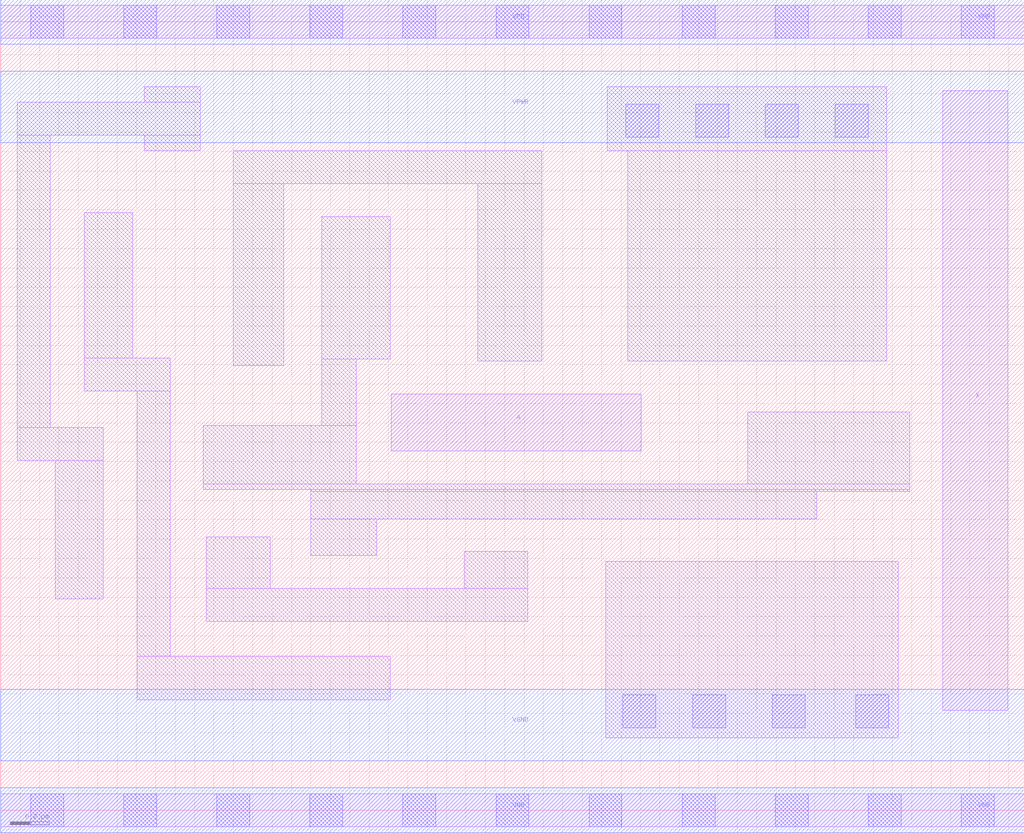
<source format=lef>
# Copyright 2020 The SkyWater PDK Authors
#
# Licensed under the Apache License, Version 2.0 (the "License");
# you may not use this file except in compliance with the License.
# You may obtain a copy of the License at
#
#     https://www.apache.org/licenses/LICENSE-2.0
#
# Unless required by applicable law or agreed to in writing, software
# distributed under the License is distributed on an "AS IS" BASIS,
# WITHOUT WARRANTIES OR CONDITIONS OF ANY KIND, either express or implied.
# See the License for the specific language governing permissions and
# limitations under the License.
#
# SPDX-License-Identifier: Apache-2.0

VERSION 5.7 ;
  NAMESCASESENSITIVE ON ;
  NOWIREEXTENSIONATPIN ON ;
  DIVIDERCHAR "/" ;
  BUSBITCHARS "[]" ;
UNITS
  DATABASE MICRONS 200 ;
END UNITS
MACRO sky130_fd_sc_hvl__schmittbuf_1
  CLASS CORE ;
  SOURCE USER ;
  FOREIGN sky130_fd_sc_hvl__schmittbuf_1 ;
  ORIGIN  0.000000  0.000000 ;
  SIZE  5.280000 BY  4.070000 ;
  SYMMETRY X Y ;
  SITE unithv ;
  PIN A
    ANTENNAGATEAREA  1.170000 ;
    DIRECTION INPUT ;
    USE SIGNAL ;
    PORT
      LAYER li1 ;
        RECT 2.015000 1.855000 3.305000 2.150000 ;
    END
  END A
  PIN X
    ANTENNADIFFAREA  0.596250 ;
    DIRECTION OUTPUT ;
    USE SIGNAL ;
    PORT
      LAYER li1 ;
        RECT 4.860000 0.515000 5.195000 3.715000 ;
    END
  END X
  PIN VGND
    DIRECTION INOUT ;
    USE GROUND ;
    PORT
      LAYER met1 ;
        RECT 0.000000 0.255000 5.280000 0.625000 ;
    END
  END VGND
  PIN VNB
    DIRECTION INOUT ;
    USE GROUND ;
    PORT
      LAYER li1 ;
        RECT 0.000000 -0.085000 5.280000 0.085000 ;
      LAYER mcon ;
        RECT 0.155000 -0.085000 0.325000 0.085000 ;
        RECT 0.635000 -0.085000 0.805000 0.085000 ;
        RECT 1.115000 -0.085000 1.285000 0.085000 ;
        RECT 1.595000 -0.085000 1.765000 0.085000 ;
        RECT 2.075000 -0.085000 2.245000 0.085000 ;
        RECT 2.555000 -0.085000 2.725000 0.085000 ;
        RECT 3.035000 -0.085000 3.205000 0.085000 ;
        RECT 3.515000 -0.085000 3.685000 0.085000 ;
        RECT 3.995000 -0.085000 4.165000 0.085000 ;
        RECT 4.475000 -0.085000 4.645000 0.085000 ;
        RECT 4.955000 -0.085000 5.125000 0.085000 ;
    END
    PORT
      LAYER met1 ;
        RECT 0.000000 -0.115000 5.280000 0.115000 ;
    END
  END VNB
  PIN VPB
    DIRECTION INOUT ;
    USE POWER ;
    PORT
      LAYER li1 ;
        RECT 0.000000 3.985000 5.280000 4.155000 ;
      LAYER mcon ;
        RECT 0.155000 3.985000 0.325000 4.155000 ;
        RECT 0.635000 3.985000 0.805000 4.155000 ;
        RECT 1.115000 3.985000 1.285000 4.155000 ;
        RECT 1.595000 3.985000 1.765000 4.155000 ;
        RECT 2.075000 3.985000 2.245000 4.155000 ;
        RECT 2.555000 3.985000 2.725000 4.155000 ;
        RECT 3.035000 3.985000 3.205000 4.155000 ;
        RECT 3.515000 3.985000 3.685000 4.155000 ;
        RECT 3.995000 3.985000 4.165000 4.155000 ;
        RECT 4.475000 3.985000 4.645000 4.155000 ;
        RECT 4.955000 3.985000 5.125000 4.155000 ;
    END
    PORT
      LAYER met1 ;
        RECT 0.000000 3.955000 5.280000 4.185000 ;
    END
  END VPB
  PIN VPWR
    DIRECTION INOUT ;
    USE POWER ;
    PORT
      LAYER met1 ;
        RECT 0.000000 3.445000 5.280000 3.815000 ;
    END
  END VPWR
  OBS
    LAYER li1 ;
      RECT 0.085000 1.805000 0.530000 1.975000 ;
      RECT 0.085000 1.975000 0.255000 3.485000 ;
      RECT 0.085000 3.485000 1.030000 3.655000 ;
      RECT 0.280000 1.090000 0.530000 1.805000 ;
      RECT 0.430000 2.165000 0.875000 2.335000 ;
      RECT 0.430000 2.335000 0.680000 3.085000 ;
      RECT 0.705000 0.570000 2.010000 0.795000 ;
      RECT 0.705000 0.795000 0.875000 2.165000 ;
      RECT 0.740000 3.405000 1.030000 3.485000 ;
      RECT 0.740000 3.655000 1.030000 3.735000 ;
      RECT 1.045000 1.655000 4.690000 1.685000 ;
      RECT 1.045000 1.685000 1.835000 1.985000 ;
      RECT 1.060000 0.975000 2.720000 1.145000 ;
      RECT 1.060000 1.145000 1.390000 1.410000 ;
      RECT 1.200000 2.295000 1.460000 3.235000 ;
      RECT 1.200000 3.235000 2.790000 3.405000 ;
      RECT 1.600000 1.315000 1.940000 1.505000 ;
      RECT 1.600000 1.505000 4.210000 1.645000 ;
      RECT 1.600000 1.645000 4.690000 1.655000 ;
      RECT 1.655000 1.985000 1.835000 2.330000 ;
      RECT 1.655000 2.330000 2.010000 3.065000 ;
      RECT 2.390000 1.145000 2.720000 1.335000 ;
      RECT 2.460000 2.320000 2.790000 3.235000 ;
      RECT 3.120000 0.375000 4.630000 1.285000 ;
      RECT 3.130000 3.405000 4.570000 3.735000 ;
      RECT 3.235000 2.320000 4.570000 3.405000 ;
      RECT 3.855000 1.685000 4.690000 2.055000 ;
    LAYER mcon ;
      RECT 3.210000 0.425000 3.380000 0.595000 ;
      RECT 3.225000 3.475000 3.395000 3.645000 ;
      RECT 3.570000 0.425000 3.740000 0.595000 ;
      RECT 3.585000 3.475000 3.755000 3.645000 ;
      RECT 3.945000 3.475000 4.115000 3.645000 ;
      RECT 3.980000 0.425000 4.150000 0.595000 ;
      RECT 4.305000 3.475000 4.475000 3.645000 ;
      RECT 4.410000 0.425000 4.580000 0.595000 ;
  END
END sky130_fd_sc_hvl__schmittbuf_1

</source>
